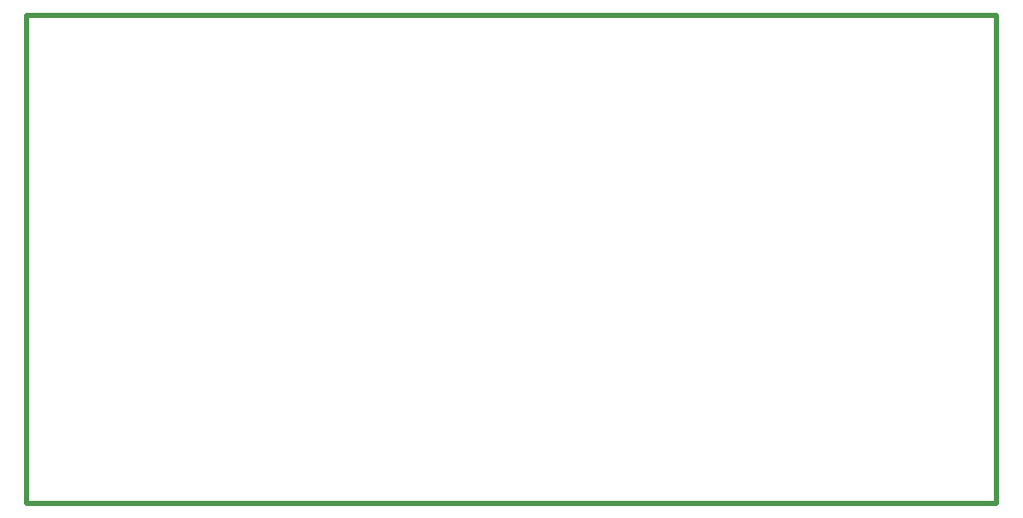
<source format=gko>
%FSLAX34Y34*%
%MOMM*%
%LNOUTLINE*%
G71*
G01*
%ADD10C, 0.50*%
%LPD*%
G54D10*
X6350Y996950D02*
X965200Y996950D01*
X965200Y514350D01*
X6350Y514350D01*
X6350Y996950D01*
M02*

</source>
